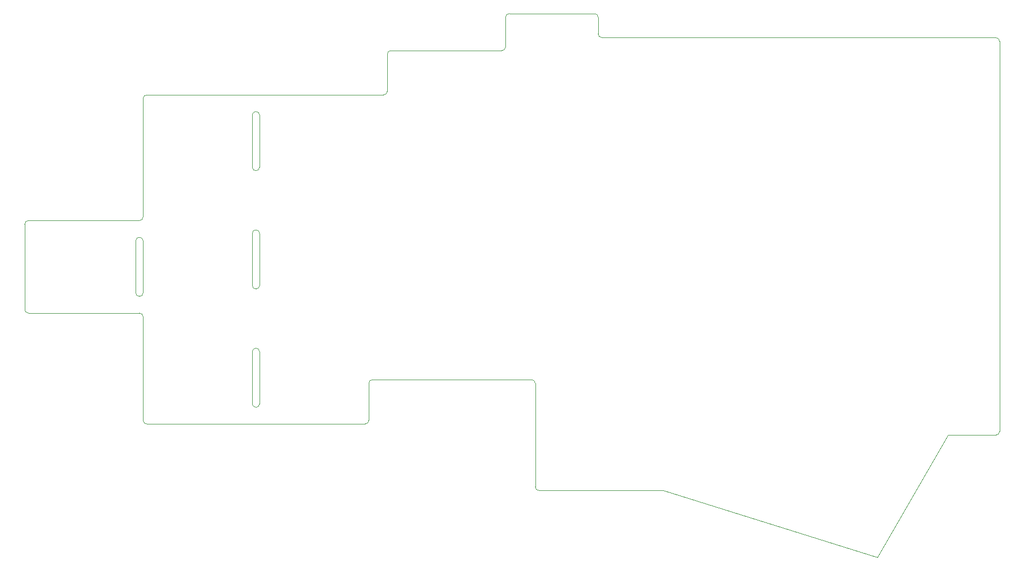
<source format=gm1>
G04 #@! TF.GenerationSoftware,KiCad,Pcbnew,(6.0.7-1)-1*
G04 #@! TF.CreationDate,2022-12-30T18:39:57+10:00*
G04 #@! TF.ProjectId,jantor,6a616e74-6f72-42e6-9b69-6361645f7063,rev?*
G04 #@! TF.SameCoordinates,Original*
G04 #@! TF.FileFunction,Profile,NP*
%FSLAX46Y46*%
G04 Gerber Fmt 4.6, Leading zero omitted, Abs format (unit mm)*
G04 Created by KiCad (PCBNEW (6.0.7-1)-1) date 2022-12-30 18:39:57*
%MOMM*%
%LPD*%
G01*
G04 APERTURE LIST*
G04 #@! TA.AperFunction,Profile*
%ADD10C,0.100000*%
G04 #@! TD*
G04 #@! TA.AperFunction,Profile*
%ADD11C,0.120000*%
G04 #@! TD*
G04 APERTURE END LIST*
D10*
X33843700Y8906250D02*
G75*
G03*
X33250000Y9500000I-593600J150D01*
G01*
X-122609375Y-34140625D02*
G75*
G03*
X-122015625Y-34734375I593749J-1D01*
G01*
X-65015625Y296875D02*
G75*
G03*
X-64421875Y890625I1J593749D01*
G01*
X25531250Y-54328125D02*
X14250000Y-73921875D01*
X-20187500Y-63234375D02*
X-40078125Y-63234375D01*
X33250000Y-54328125D02*
X25531250Y-54328125D01*
X-30578125Y10093750D02*
G75*
G03*
X-29984375Y9500000I593749J-1D01*
G01*
X-45421875Y8015625D02*
X-45421875Y12765625D01*
X-44828125Y13359375D02*
X-31171875Y13359375D01*
X-30578125Y12765625D02*
X-30578125Y10093750D01*
X33250000Y-54328050D02*
G75*
G03*
X33843750Y-53734375I0J593750D01*
G01*
X-122015625Y-19890625D02*
X-104203125Y-19890625D01*
X-67390625Y-51953125D02*
X-67390625Y-46015625D01*
X-64421875Y890625D02*
X-64421875Y6828125D01*
X-103015625Y296875D02*
G75*
G03*
X-103609375Y-296875I-1J-593749D01*
G01*
X-30578125Y12765625D02*
G75*
G03*
X-31171875Y13359375I-593749J1D01*
G01*
X-63828125Y7421875D02*
X-46015625Y7421875D01*
X-40671875Y-62640625D02*
G75*
G03*
X-40078125Y-63234375I593749J-1D01*
G01*
X14250000Y-73921875D02*
X-20187500Y-63234375D01*
X33843750Y8906250D02*
X33843750Y-53734375D01*
X-103609375Y-19296875D02*
X-103609375Y-296875D01*
X-66796875Y-45421875D02*
G75*
G03*
X-67390625Y-46015625I-1J-593749D01*
G01*
X-122015625Y-34734375D02*
X-104203125Y-34734375D01*
X-103609375Y-51953125D02*
X-103609375Y-35328125D01*
X-46015625Y7421875D02*
G75*
G03*
X-45421875Y8015625I1J593749D01*
G01*
X-63828125Y7421875D02*
G75*
G03*
X-64421875Y6828125I-1J-593749D01*
G01*
X-41265625Y-45421875D02*
X-66796875Y-45421875D01*
X-103015625Y-52546875D02*
X-98562500Y-52546875D01*
X-104203125Y-19890625D02*
G75*
G03*
X-103609375Y-19296875I1J593749D01*
G01*
X-40671875Y-62640625D02*
X-40671875Y-46015625D01*
X-67984375Y-52546875D02*
G75*
G03*
X-67390625Y-51953125I1J593749D01*
G01*
X-44828125Y13359375D02*
G75*
G03*
X-45421875Y12765625I-1J-593749D01*
G01*
X-40671875Y-46015625D02*
G75*
G03*
X-41265625Y-45421875I-593749J1D01*
G01*
X-103609375Y-35328125D02*
G75*
G03*
X-104203125Y-34734375I-593749J1D01*
G01*
X-122609375Y-20484375D02*
X-122609375Y-34140625D01*
X-122015625Y-19890625D02*
G75*
G03*
X-122609375Y-20484375I-1J-593749D01*
G01*
X-98562500Y-52546875D02*
X-67984375Y-52546875D01*
X-103609375Y-51953125D02*
G75*
G03*
X-103015625Y-52546875I593749J-1D01*
G01*
X-103015625Y296875D02*
X-65015625Y296875D01*
X33250000Y9500000D02*
X-29984375Y9500000D01*
D11*
X-84906250Y-30281250D02*
X-84906250Y-21968750D01*
X-86093750Y-30281250D02*
X-86093750Y-21968750D01*
X-84906250Y-21968750D02*
G75*
G03*
X-86093750Y-21968750I-593750J0D01*
G01*
X-86093750Y-30281250D02*
G75*
G03*
X-84906250Y-30281250I593750J0D01*
G01*
X-86093750Y-11281250D02*
X-86093750Y-2968750D01*
X-84906250Y-11281250D02*
X-84906250Y-2968750D01*
X-84906250Y-2968750D02*
G75*
G03*
X-86093750Y-2968750I-593750J0D01*
G01*
X-86093750Y-11281250D02*
G75*
G03*
X-84906250Y-11281250I593750J0D01*
G01*
X-86093750Y-49281250D02*
X-86093750Y-40968750D01*
X-84906250Y-49281250D02*
X-84906250Y-40968750D01*
X-86093750Y-49281250D02*
G75*
G03*
X-84906250Y-49281250I593750J0D01*
G01*
X-84906250Y-40968750D02*
G75*
G03*
X-86093750Y-40968750I-593750J0D01*
G01*
X-104796875Y-31468750D02*
X-104796875Y-23156250D01*
X-103609375Y-31468750D02*
X-103609375Y-23156250D01*
X-104796875Y-31468750D02*
G75*
G03*
X-103609375Y-31468750I593750J0D01*
G01*
X-103609375Y-23156250D02*
G75*
G03*
X-104796875Y-23156250I-593750J0D01*
G01*
M02*

</source>
